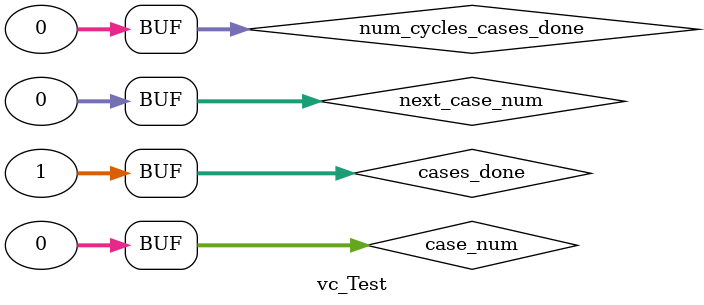
<source format=v>

`ifndef VC_TEST_V
`define VC_TEST_V


module vc_Test();
  integer cases_done = 1;
  integer verbose;
  integer case_num_only;
  integer case_num = 0; // Sebastian Mar 04 2023, originally set to 0
  integer next_case_num = 0;
  integer num_cycles_cases_done = 0;
endmodule

//------------------------------------------------------------------------
// VC_TEST_SUITE_BEGIN( suite-name )
//------------------------------------------------------------------------
// The single parameter should be a quoted string indicating the name of
// the test suite.

`define VC_TEST_SUITE_BEGIN( name_ )                                    \
  vc_Test    vc_test();                                                 \
                                                                        \
  reg        clk = 1;                                                   \
                                                                        \
  initial begin                                                         \
    if ( !$value$plusargs( "test-case=%d", vc_test.case_num_only ) ) begin \
      vc_test.case_num_only = 0;                                        \
    end                                                                 \
    if ( !$value$plusargs( "verbose=%d", vc_test.verbose ) ) begin      \
      vc_test.verbose = 0;                                              \
    end                                                                 \
    if ( $test$plusargs( "help" ) ) begin                               \
      $display( "" );                                                   \
      $display( " %s [options]",{name_,"-test"} );                      \
      $display( "" );                                                   \
      $display( "   +help               : this message" );              \
      $display( "   +test-case=<int>    : execute just given test case" ); \
      $display( "   +trace=<int>        : enable line tracing" ); \
      $display( "   +verbose=<int>      : enable more verbose output" ); \
      $display( "" );                                                   \
      $finish;                                                          \
    end                                                                 \
    if ( $test$plusargs( "dump-vcd" ) ) begin                           \
      $dumpfile({name_,"-test.vcd"});                                   \
      $dumpvars;                                                        \
    end                                                                 \
    $display("");                                                       \
    $display(" Test Suite: %s", name_ );                                \
  end                                                                   \
                                                                        \
  always #5 clk = ~clk;                                                 \
                                                                        \
  always @(*)                                                           \
    if ( vc_test.case_num == 0 )                                        \
    begin                                                               \
      #20;                                                              \
      if ( vc_test.case_num_only != 0 )                                 \
        vc_test.next_case_num = vc_test.case_num_only;                  \
      else                                                              \
        vc_test.next_case_num = vc_test.case_num + 1;                   \
    end                                                                 \
                                                                        \
  always @( posedge clk )                                               \
    vc_test.case_num <= vc_test.next_case_num;

//------------------------------------------------------------------------
// VC_TEST_SUITE_END
//------------------------------------------------------------------------
// You must include this macro at the end of the tester module right
// before endmodule.

`define VC_TEST_SUITE_END                                               \
  always @( posedge clk ) begin                                         \
                                                                        \
    if ( vc_test.num_cycles_cases_done > 3 ) begin                      \
      $display("");                                                     \
      $finish;                                                          \
    end                                                                 \
                                                                        \
    if ( vc_test.cases_done )                                           \
      vc_test.num_cycles_cases_done <= vc_test.num_cycles_cases_done + 1; \
    else                                                                \
      vc_test.num_cycles_cases_done <= 0;                               \
                                                                        \
  end

//------------------------------------------------------------------------
// VC_TEST_CASE_BEGIN( test-case-num, test-case-name )
//------------------------------------------------------------------------
// This should directly proceed a begin-end block which contains the
// actual test case code. The test-case-num must be an increasing
// number and it must be unique. It is very easy to accidently reuse a
// test case number and this will cause multiple test cases to run
// concurrently jumbling the corresponding output.

// NOTE: Ackerley Tng changed this from always @(*) to explicitly denote
// the four signals the test case should trigger off of. This fixed some
// subtle bug he was seeing, and he included this comment in his code:
//
// "Note the use of a very specific always block sensitivity list here.
// We want to be very specific (instead of using always @ (*)) so that we
// don't want vc_test.cases_done or any other variable to change by
// accident just because a signal mentioned in the code between the two
// macros (where the macros are used) changes."
//
// Not sure I absolutely understand this, but it seems to make sense. We
// really only want the test case to fire when the case number
// increments. -cbatten

`define VC_TEST_CASE_BEGIN( num_, name_ )                               \
  always @( vc_test.case_num or vc_test.cases_done or                   \
            vc_test.verbose or vc_test.case_num_only ) begin            \
    if ( vc_test.case_num == num_ ) begin                               \
      if ( vc_test.cases_done == 0 ) begin                              \
        $display( "\n FAILED: Test case %s has the same test case number (%x) as another test case!\n", name_, num_ ); \
        $finish;                                                        \
      end                                                               \
      vc_test.cases_done = 0;                                           \
      $display( "  + Test Case %0d: %s", num_, name_ );

//------------------------------------------------------------------------
// VC_TEST_CASE_END
//------------------------------------------------------------------------
// This should directly follow the begin-end block for the test case.

`define VC_TEST_CASE_END                                                \
      vc_test.cases_done = 1;                                           \
      if ( vc_test.case_num_only != 0 )                                 \
        vc_test.next_case_num = 1023;                                   \
      else                                                              \
        vc_test.next_case_num = vc_test.case_num + 1;                   \
    end                                                                 \
  end

//------------------------------------------------------------------------
// VC_TEST_NOTE( msg )
//------------------------------------------------------------------------
// Output some text only if verbose

`define VC_TEST_NOTE( msg_ )                                            \
  if ( vc_test.verbose > 2 )                                            \
    $display( "                %s", msg_ );                             \
  if (1)

//------------------------------------------------------------------------
// VC_TEST_NOTE_INPUTS_1( in1_ )
//------------------------------------------------------------------------

`define VC_TEST_NOTE_INPUTS_1( in1_ )                                   \
  if ( vc_test.verbose > 0 )                                            \
    $display( "                Inputs:%s", "in1_ = ", in1_ );           \
  if (1)

//------------------------------------------------------------------------
// VC_TEST_NOTE_INPUTS_2( in1_, in2_ )
//------------------------------------------------------------------------

`define VC_TEST_NOTE_INPUTS_2( in1_, in2_ )                             \
  if ( vc_test.verbose > 0 )                                            \
    $display( "                Inputs:%s = %x,%s = %x",                 \
              "in1_", in1_, "in2_", in2_ );                             \
  if (1)

//------------------------------------------------------------------------
// VC_TEST_NOTE_INPUTS_3( in1_, in2_, in3_ )
//------------------------------------------------------------------------

`define VC_TEST_NOTE_INPUTS_3( in1_, in2_, in3_ )                       \
  if ( vc_test.verbose > 0 )                                            \
    $display( "                Inputs:%s = %x,%s = %x,%s = %x",         \
              "in1_", in1_, "in2_", in2_, "in3_", in3_ );               \
  if (1)

//------------------------------------------------------------------------
// VC_TEST_NOTE_INPUTS_4( in1_, in2_, in3_, in4_ )
//------------------------------------------------------------------------

`define VC_TEST_NOTE_INPUTS_4( in1_, in2_, in3_, in4_ )                 \
  if ( vc_test.verbose > 0 )                                            \
    $display( "                Inputs:%s = %x,%s = %x,%s = %x,%s = %x", \
              "in1_", in1_, "in2_", in2_, "in3_", in3_, "in4_", in4_ ); \
  if (1)

//------------------------------------------------------------------------
// VC_TEST_NET( tval_, cval_ )
//------------------------------------------------------------------------
// This macro is used to check that tval == cval.

`define VC_TEST_NET( tval_, cval_ )                                     \
  if ( tval_ === 'hz ) begin                                            \
    $display( "     [ FAILED ]%s, expected = %x, actual = %x",          \
              "tval_", cval_, tval_ );                                  \
  end                                                                   \
  else                                                                  \
  casez ( tval_ )                                                       \
    cval_ :                                                             \
      if ( vc_test.verbose > 0 )                                        \
         $display( "     [ passed ]%s, expected = %x, actual = %x",     \
                   "tval_", cval_, tval_ );                             \
    default : begin                                                     \
      $display( "     [ FAILED ]%s, expected = %x, actual = %x",        \
                "tval_", cval_, tval_ );                                \
    end                                                                 \
  endcase                                                               \
  if (1)

//------------------------------------------------------------------------
// VC_TEST_FAIL( tval_, msg_ )
//------------------------------------------------------------------------
// This macro is used to force a failure and display some message. This is
// useful if we want to fail due to some reason other than equality.

`define VC_TEST_FAIL( tval_, msg_ )                                     \
  $display( "     [ FAILED ]%s, actual = %x, %s",                       \
            "tval_", tval_, msg_ );                                     \
  if (1)

`endif /* VC_TEST_V */


</source>
